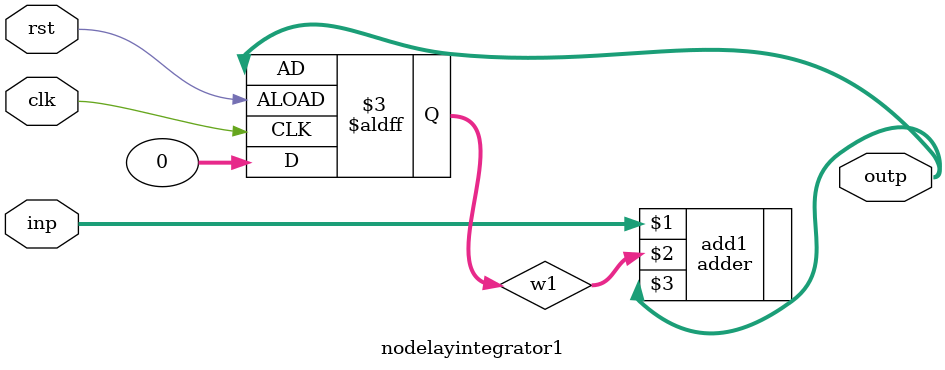
<source format=v>
`define size 31
`define full 32'hFFFF_FFFF
module nodelayintegrator1(inp,outp,clk,rst); 
     input [`size:0]inp; 
     input clk,rst; 
     output [`size:0]outp; 
     reg [`size:0]w1; 
     
     adder add1(inp,w1,outp); 
     
     always@(posedge clk or posedge rst)
     begin
       if (!rst)
         w1 = 32'h0000_0000;
       else
         w1 =outp;
      end
     
endmodule 


</source>
